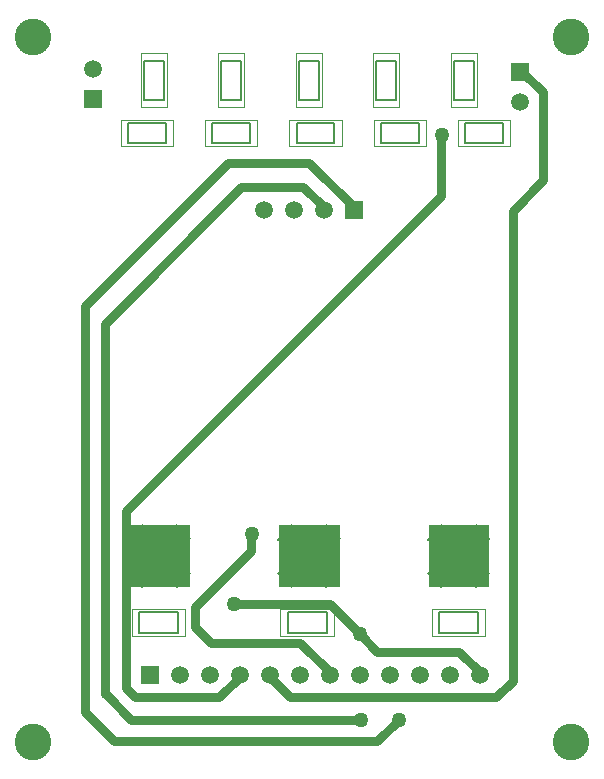
<source format=gbl>
G04*
G04 #@! TF.GenerationSoftware,Altium Limited,Altium Designer,18.0.7 (293)*
G04*
G04 Layer_Physical_Order=2*
G04 Layer_Color=16711680*
%FSLAX25Y25*%
%MOIN*%
G70*
G01*
G75*
%ADD10C,0.00500*%
%ADD12C,0.00197*%
%ADD26C,0.03000*%
%ADD28C,0.12205*%
%ADD29R,0.05906X0.05906*%
%ADD30C,0.05906*%
%ADD31R,0.05906X0.05906*%
%ADD32C,0.05000*%
G36*
X40841Y81736D02*
X60925D01*
Y61258D01*
X40841D01*
Y81736D01*
D02*
G37*
G36*
X90747D02*
X110831D01*
Y61258D01*
X90747D01*
Y81736D01*
D02*
G37*
G36*
X140652D02*
X160736D01*
Y61258D01*
X140652D01*
Y81736D01*
D02*
G37*
D10*
X93504Y46035D02*
Y52965D01*
X106496Y46035D02*
Y52965D01*
X93504D02*
X106496D01*
X93504Y46035D02*
X106496D01*
X93504D02*
Y52965D01*
X106496Y46035D02*
Y52965D01*
X93504D02*
X106496D01*
X93504Y46035D02*
X106496D01*
X144004D02*
Y52965D01*
X156996Y46035D02*
Y52965D01*
X144004D02*
X156996D01*
X144004Y46035D02*
X156996D01*
X144004D02*
Y52965D01*
X156996Y46035D02*
Y52965D01*
X144004D02*
X156996D01*
X144004Y46035D02*
X156996D01*
X44004D02*
X56996D01*
X44004Y52965D02*
X56996D01*
Y46035D02*
Y52965D01*
X44004Y46035D02*
Y52965D01*
Y46035D02*
X56996D01*
X44004Y52965D02*
X56996D01*
Y46035D02*
Y52965D01*
X44004Y46035D02*
Y52965D01*
X152701Y209154D02*
X165299D01*
X152701Y215846D02*
X165299D01*
Y209154D02*
Y215846D01*
X152701Y209154D02*
Y215846D01*
Y209154D02*
X165299D01*
X152701Y215846D02*
X165299D01*
Y209154D02*
Y215846D01*
X152701Y209154D02*
Y215846D01*
X124576Y209154D02*
X137174D01*
X124576Y215846D02*
X137174D01*
Y209154D02*
Y215846D01*
X124576Y209154D02*
Y215846D01*
Y209154D02*
X137174D01*
X124576Y215846D02*
X137174D01*
Y209154D02*
Y215846D01*
X124576Y209154D02*
Y215846D01*
X96451Y209154D02*
X109049D01*
X96451Y215846D02*
X109049D01*
Y209154D02*
Y215846D01*
X96451Y209154D02*
Y215846D01*
Y209154D02*
X109049D01*
X96451Y215846D02*
X109049D01*
Y209154D02*
Y215846D01*
X96451Y209154D02*
Y215846D01*
X68326Y209154D02*
X80924D01*
X68326Y215846D02*
X80924D01*
Y209154D02*
Y215846D01*
X68326Y209154D02*
Y215846D01*
Y209154D02*
X80924D01*
X68326Y215846D02*
X80924D01*
Y209154D02*
Y215846D01*
X68326Y209154D02*
Y215846D01*
X40201Y209154D02*
X52799D01*
X40201Y215846D02*
X52799D01*
Y209154D02*
Y215846D01*
X40201Y209154D02*
Y215846D01*
Y209154D02*
X52799D01*
X40201Y215846D02*
X52799D01*
Y209154D02*
Y215846D01*
X40201Y209154D02*
Y215846D01*
X148856Y223705D02*
X155549D01*
X148856D02*
Y236697D01*
X155549D01*
Y223705D02*
Y236697D01*
X148856Y223705D02*
X155549D01*
X148856D02*
Y236697D01*
X155549D01*
Y223705D02*
Y236697D01*
X123022Y223705D02*
X129715D01*
X123022D02*
Y236697D01*
X129715D01*
Y223705D02*
Y236697D01*
X123022Y223705D02*
X129715D01*
X123022D02*
Y236697D01*
X129715D01*
Y223705D02*
Y236697D01*
X97189Y223705D02*
X103882D01*
X97189D02*
Y236697D01*
X103882D01*
Y223705D02*
Y236697D01*
X97189Y223705D02*
X103882D01*
X97189D02*
Y236697D01*
X103882D01*
Y223705D02*
Y236697D01*
X71356D02*
X78049D01*
Y223705D02*
Y236697D01*
X71356Y223705D02*
X78049D01*
X71356D02*
Y236697D01*
X78049D01*
Y223705D02*
Y236697D01*
X71356Y223705D02*
X78049D01*
X71356D02*
Y236697D01*
X45522Y223705D02*
X52215D01*
X45522D02*
Y236697D01*
X52215D01*
Y223705D02*
Y236697D01*
X45522Y223705D02*
X52215D01*
X45522D02*
Y236697D01*
X52215D01*
Y223705D02*
Y236697D01*
X56471Y61264D02*
X60925Y65718D01*
X40453Y65753D02*
X44942Y61264D01*
X40453Y76995D02*
X45194Y81736D01*
X56334D02*
X60925Y77145D01*
X56471Y61264D02*
X60925Y65718D01*
X40453Y65753D02*
X44942Y61264D01*
X40453Y76995D02*
X45194Y81736D01*
X56334D02*
X60925Y77145D01*
X106377Y61264D02*
X110831Y65718D01*
X90358Y65753D02*
X94847Y61264D01*
X90358Y76995D02*
X95099Y81736D01*
X106239D02*
X110831Y77145D01*
X106377Y61264D02*
X110831Y65718D01*
X90358Y65753D02*
X94847Y61264D01*
X90358Y76995D02*
X95099Y81736D01*
X106239D02*
X110831Y77145D01*
X156282Y61264D02*
X160736Y65718D01*
X140264Y65753D02*
X144753Y61264D01*
X140264Y76995D02*
X145005Y81736D01*
X156145D02*
X160736Y77145D01*
X156282Y61264D02*
X160736Y65718D01*
X140264Y65753D02*
X144753Y61264D01*
X140264Y76995D02*
X145005Y81736D01*
X156145D02*
X160736Y77145D01*
D12*
X108898Y45032D02*
Y53969D01*
X91102Y45032D02*
Y53969D01*
X108898D01*
X91102Y45032D02*
X108898D01*
X159398D02*
Y53969D01*
X141602Y45032D02*
Y53969D01*
X159398D01*
X141602Y45032D02*
X159398D01*
X41602D02*
X59398D01*
X41602Y53969D02*
X59398D01*
X41602Y45032D02*
Y53969D01*
X59398Y45032D02*
Y53969D01*
X150280Y208110D02*
X167720D01*
X150280Y216890D02*
X167720D01*
X150280Y208110D02*
Y216890D01*
X167720Y208110D02*
Y216890D01*
X122155Y208110D02*
X139595D01*
X122155Y216890D02*
X139595D01*
X122155Y208110D02*
Y216890D01*
X139595Y208110D02*
Y216890D01*
X94030Y208110D02*
X111470D01*
X94030Y216890D02*
X111470D01*
X94030Y208110D02*
Y216890D01*
X111470Y208110D02*
Y216890D01*
X65905Y208110D02*
X83345D01*
X65905Y216890D02*
X83345D01*
X65905Y208110D02*
Y216890D01*
X83345Y208110D02*
Y216890D01*
X37780Y208110D02*
X55220D01*
X37780Y216890D02*
X55220D01*
X37780Y208110D02*
Y216890D01*
X55220Y208110D02*
Y216890D01*
X147871Y221106D02*
Y239295D01*
X156533D01*
Y221106D02*
Y239295D01*
X147871Y221106D02*
X156533D01*
X122038D02*
Y239295D01*
X130699D01*
Y221106D02*
Y239295D01*
X122038Y221106D02*
X130699D01*
X96205D02*
Y239295D01*
X104866D01*
Y221106D02*
Y239295D01*
X96205Y221106D02*
X104866D01*
X79033D02*
Y239295D01*
X70371Y221106D02*
X79033D01*
X70371D02*
Y239295D01*
X79033D01*
X44538Y221106D02*
Y239295D01*
X53199D01*
Y221106D02*
Y239295D01*
X44538Y221106D02*
X53199D01*
D26*
X78102Y194602D02*
X98649D01*
X32500Y149000D02*
X78102Y194602D01*
X32500Y25500D02*
Y149000D01*
X73500Y202500D02*
X100751D01*
X26000Y155000D02*
X73500Y202500D01*
X26000Y19500D02*
Y155000D01*
X98649Y194602D02*
X105500Y187751D01*
Y187000D02*
Y187751D01*
X100751Y202500D02*
X115500Y187751D01*
X32500Y25500D02*
X32822D01*
X68000Y42500D02*
X97751D01*
X62500Y48000D02*
X68000Y42500D01*
X115500Y187000D02*
Y187751D01*
X81217Y73217D02*
Y78783D01*
X168500Y186656D02*
X178602Y196758D01*
Y226149D01*
X171751Y233000D02*
X178602Y226149D01*
X171000Y233000D02*
X171751D01*
X41322Y17000D02*
X118000D01*
X32822Y25500D02*
X41322Y17000D01*
X157500Y32000D02*
Y32751D01*
X150649Y39602D02*
X157500Y32751D01*
X123398Y39602D02*
X150649D01*
X117500Y45500D02*
X123398Y39602D01*
X107500Y55500D02*
X117500Y45500D01*
X75500Y55500D02*
X107500D01*
X168500Y30000D02*
Y186656D01*
X162898Y24398D02*
X168500Y30000D01*
X94351Y24398D02*
X162898D01*
X87500Y31249D02*
X94351Y24398D01*
X123350Y9850D02*
X130500Y17000D01*
X26000Y19500D02*
X35650Y9850D01*
X123350D01*
X87500Y31249D02*
Y32000D01*
X77500Y31249D02*
Y32000D01*
X70649Y24398D02*
X77500Y31249D01*
X42621Y24398D02*
X70649D01*
X39500Y27519D02*
X42621Y24398D01*
X39500Y27519D02*
Y86600D01*
X107500Y32000D02*
Y32751D01*
X97751Y42500D02*
X107500Y32751D01*
X62500Y48000D02*
Y54500D01*
X81217Y73217D01*
Y78783D02*
X81600D01*
X39500Y86600D02*
X144500Y191600D01*
Y211500D02*
X145000Y212000D01*
X144500Y191600D02*
Y211500D01*
D28*
X8500Y9500D02*
D03*
X188000D02*
D03*
Y244500D02*
D03*
X8500D02*
D03*
D29*
X28500Y224000D02*
D03*
X171000Y233000D02*
D03*
D30*
X28500Y234000D02*
D03*
X171000Y223000D02*
D03*
X85500Y187000D02*
D03*
X95500D02*
D03*
X105500D02*
D03*
X157500Y32000D02*
D03*
X147500D02*
D03*
X137500D02*
D03*
X127500D02*
D03*
X117500D02*
D03*
X107500D02*
D03*
X97500D02*
D03*
X87500D02*
D03*
X77500D02*
D03*
X67500D02*
D03*
X57500D02*
D03*
D31*
X115500Y187000D02*
D03*
X47500Y32000D02*
D03*
D32*
X117500Y45500D02*
D03*
X118000Y17000D02*
D03*
X130500D02*
D03*
X75500Y55500D02*
D03*
X145000Y212000D02*
D03*
X81600Y78783D02*
D03*
M02*

</source>
